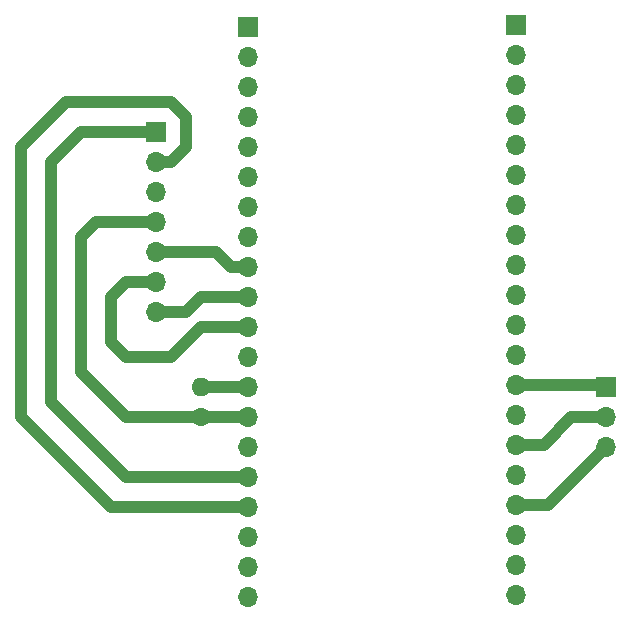
<source format=gbr>
%TF.GenerationSoftware,KiCad,Pcbnew,5.1.8-db9833491~88~ubuntu20.04.1*%
%TF.CreationDate,2020-12-03T17:21:22-07:00*%
%TF.ProjectId,Sound-Clock-Board,536f756e-642d-4436-9c6f-636b2d426f61,rev?*%
%TF.SameCoordinates,Original*%
%TF.FileFunction,Copper,L2,Bot*%
%TF.FilePolarity,Positive*%
%FSLAX46Y46*%
G04 Gerber Fmt 4.6, Leading zero omitted, Abs format (unit mm)*
G04 Created by KiCad (PCBNEW 5.1.8-db9833491~88~ubuntu20.04.1) date 2020-12-03 17:21:22*
%MOMM*%
%LPD*%
G01*
G04 APERTURE LIST*
%TA.AperFunction,ComponentPad*%
%ADD10O,1.700000X1.700000*%
%TD*%
%TA.AperFunction,ComponentPad*%
%ADD11R,1.700000X1.700000*%
%TD*%
%TA.AperFunction,ComponentPad*%
%ADD12O,1.600000X1.600000*%
%TD*%
%TA.AperFunction,ComponentPad*%
%ADD13C,1.600000*%
%TD*%
%TA.AperFunction,Conductor*%
%ADD14C,1.000000*%
%TD*%
%TA.AperFunction,Conductor*%
%ADD15C,0.250000*%
%TD*%
G04 APERTURE END LIST*
D10*
%TO.P,J4,3*%
%TO.N,Net-(J2-Pad17)*%
X-10160000Y16510000D03*
%TO.P,J4,2*%
%TO.N,Net-(J2-Pad15)*%
X-10160000Y19050000D03*
D11*
%TO.P,J4,1*%
%TO.N,Net-(J2-Pad13)*%
X-10160000Y21590000D03*
%TD*%
D12*
%TO.P,R1,2*%
%TO.N,Net-(J1-Pad13)*%
X-44450000Y21590000D03*
D13*
%TO.P,R1,1*%
%TO.N,Net-(J1-Pad14)*%
X-44450000Y19050000D03*
%TD*%
D10*
%TO.P,J3,7*%
%TO.N,Net-(J1-Pad10)*%
X-48260000Y27940000D03*
%TO.P,J3,6*%
%TO.N,Net-(J1-Pad11)*%
X-48260000Y30480000D03*
%TO.P,J3,5*%
%TO.N,Net-(J1-Pad9)*%
X-48260000Y33020000D03*
%TO.P,J3,4*%
%TO.N,Net-(J1-Pad14)*%
X-48260000Y35560000D03*
%TO.P,J3,3*%
%TO.N,Net-(J3-Pad3)*%
X-48260000Y38100000D03*
%TO.P,J3,2*%
%TO.N,Net-(J1-Pad17)*%
X-48260000Y40640000D03*
D11*
%TO.P,J3,1*%
%TO.N,Net-(J1-Pad16)*%
X-48260000Y43180000D03*
%TD*%
D10*
%TO.P,J2,20*%
%TO.N,Net-(J2-Pad20)*%
X-17780000Y4010000D03*
%TO.P,J2,19*%
%TO.N,Net-(J2-Pad19)*%
X-17780000Y6550000D03*
%TO.P,J2,18*%
%TO.N,Net-(J2-Pad18)*%
X-17780000Y9090000D03*
%TO.P,J2,17*%
%TO.N,Net-(J2-Pad17)*%
X-17780000Y11630000D03*
%TO.P,J2,16*%
%TO.N,Net-(J2-Pad16)*%
X-17780000Y14170000D03*
%TO.P,J2,15*%
%TO.N,Net-(J2-Pad15)*%
X-17780000Y16710000D03*
%TO.P,J2,14*%
%TO.N,Net-(J2-Pad14)*%
X-17780000Y19250000D03*
%TO.P,J2,13*%
%TO.N,Net-(J2-Pad13)*%
X-17780000Y21790000D03*
%TO.P,J2,12*%
%TO.N,Net-(J2-Pad12)*%
X-17780000Y24330000D03*
%TO.P,J2,11*%
%TO.N,Net-(J2-Pad11)*%
X-17780000Y26870000D03*
%TO.P,J2,10*%
%TO.N,Net-(J2-Pad10)*%
X-17780000Y29410000D03*
%TO.P,J2,9*%
%TO.N,Net-(J2-Pad9)*%
X-17780000Y31950000D03*
%TO.P,J2,8*%
%TO.N,Net-(J2-Pad8)*%
X-17780000Y34490000D03*
%TO.P,J2,7*%
%TO.N,Net-(J2-Pad7)*%
X-17780000Y37030000D03*
%TO.P,J2,6*%
%TO.N,Net-(J2-Pad6)*%
X-17780000Y39570000D03*
%TO.P,J2,5*%
%TO.N,Net-(J2-Pad5)*%
X-17780000Y42110000D03*
%TO.P,J2,4*%
%TO.N,Net-(J2-Pad4)*%
X-17780000Y44650000D03*
%TO.P,J2,3*%
%TO.N,Net-(J2-Pad3)*%
X-17780000Y47190000D03*
%TO.P,J2,2*%
%TO.N,Net-(J2-Pad2)*%
X-17780000Y49730000D03*
D11*
%TO.P,J2,1*%
%TO.N,Net-(J2-Pad1)*%
X-17780000Y52270000D03*
%TD*%
D10*
%TO.P,J1,20*%
%TO.N,Net-(J1-Pad20)*%
X-40440000Y3810000D03*
%TO.P,J1,19*%
%TO.N,Net-(J1-Pad19)*%
X-40440000Y6350000D03*
%TO.P,J1,18*%
%TO.N,Net-(J1-Pad18)*%
X-40440000Y8890000D03*
%TO.P,J1,17*%
%TO.N,Net-(J1-Pad17)*%
X-40440000Y11430000D03*
%TO.P,J1,16*%
%TO.N,Net-(J1-Pad16)*%
X-40440000Y13970000D03*
%TO.P,J1,15*%
%TO.N,Net-(J1-Pad15)*%
X-40440000Y16510000D03*
%TO.P,J1,14*%
%TO.N,Net-(J1-Pad14)*%
X-40440000Y19050000D03*
%TO.P,J1,13*%
%TO.N,Net-(J1-Pad13)*%
X-40440000Y21590000D03*
%TO.P,J1,12*%
%TO.N,Net-(J1-Pad12)*%
X-40440000Y24130000D03*
%TO.P,J1,11*%
%TO.N,Net-(J1-Pad11)*%
X-40440000Y26670000D03*
%TO.P,J1,10*%
%TO.N,Net-(J1-Pad10)*%
X-40440000Y29210000D03*
%TO.P,J1,9*%
%TO.N,Net-(J1-Pad9)*%
X-40440000Y31750000D03*
%TO.P,J1,8*%
%TO.N,Net-(J1-Pad8)*%
X-40440000Y34290000D03*
%TO.P,J1,7*%
%TO.N,Net-(J1-Pad7)*%
X-40440000Y36830000D03*
%TO.P,J1,6*%
%TO.N,Net-(J1-Pad6)*%
X-40440000Y39370000D03*
%TO.P,J1,5*%
%TO.N,Net-(J1-Pad5)*%
X-40440000Y41910000D03*
%TO.P,J1,4*%
%TO.N,Net-(J1-Pad4)*%
X-40440000Y44450000D03*
%TO.P,J1,3*%
%TO.N,Net-(J1-Pad3)*%
X-40440000Y46990000D03*
%TO.P,J1,2*%
%TO.N,Net-(J1-Pad2)*%
X-40440000Y49530000D03*
D11*
%TO.P,J1,1*%
%TO.N,Net-(J1-Pad1)*%
X-40440000Y52070000D03*
%TD*%
D14*
%TO.N,Net-(J1-Pad17)*%
X-46990000Y45720000D02*
X-45720000Y44450000D01*
X-59690000Y41910000D02*
X-55880000Y45720000D01*
X-59690000Y19050000D02*
X-59690000Y41910000D01*
X-55880000Y45720000D02*
X-46990000Y45720000D01*
X-52070000Y11430000D02*
X-59690000Y19050000D01*
X-40440000Y11430000D02*
X-52070000Y11430000D01*
X-48260000Y40640000D02*
X-46990000Y40640000D01*
X-45720000Y41910000D02*
X-45720000Y44450000D01*
X-46990000Y40640000D02*
X-45720000Y41910000D01*
%TO.N,Net-(J1-Pad16)*%
X-40440000Y13970000D02*
X-50800000Y13970000D01*
X-50800000Y13970000D02*
X-57150000Y20320000D01*
X-57150000Y20320000D02*
X-57150000Y40640000D01*
X-57150000Y40640000D02*
X-54610000Y43180000D01*
X-54610000Y43180000D02*
X-48260000Y43180000D01*
%TO.N,Net-(J1-Pad14)*%
X-40440000Y19050000D02*
X-44450000Y19050000D01*
X-44450000Y19050000D02*
X-50800000Y19050000D01*
X-50800000Y19050000D02*
X-54610000Y22860000D01*
X-54610000Y22860000D02*
X-54610000Y34290000D01*
X-54610000Y34290000D02*
X-53340000Y35560000D01*
X-53340000Y35560000D02*
X-48260000Y35560000D01*
%TO.N,Net-(J1-Pad13)*%
X-40440000Y21590000D02*
X-44450000Y21590000D01*
%TO.N,Net-(J1-Pad11)*%
X-52070000Y29210000D02*
X-50800000Y30480000D01*
X-52070000Y25400000D02*
X-52070000Y29210000D01*
X-50800000Y24130000D02*
X-52070000Y25400000D01*
X-46990000Y24130000D02*
X-50800000Y24130000D01*
X-50800000Y30480000D02*
X-48260000Y30480000D01*
X-44450000Y26670000D02*
X-46990000Y24130000D01*
X-40440000Y26670000D02*
X-44450000Y26670000D01*
%TO.N,Net-(J1-Pad10)*%
X-40440000Y29210000D02*
X-44450000Y29210000D01*
X-44450000Y29210000D02*
X-45720000Y27940000D01*
X-45720000Y27940000D02*
X-48260000Y27940000D01*
%TO.N,Net-(J1-Pad9)*%
X-40440000Y31750000D02*
X-41910000Y31750000D01*
X-41910000Y31750000D02*
X-43180000Y33020000D01*
X-43180000Y33020000D02*
X-48260000Y33020000D01*
%TO.N,Net-(J2-Pad17)*%
X-15040000Y11630000D02*
X-10160000Y16510000D01*
X-17780000Y11630000D02*
X-15040000Y11630000D01*
%TO.N,Net-(J2-Pad15)*%
X-17780000Y16710000D02*
X-15440000Y16710000D01*
X-15440000Y16710000D02*
X-13100000Y19050000D01*
X-13100000Y19050000D02*
X-10160000Y19050000D01*
D15*
%TO.N,Net-(J2-Pad13)*%
X-10360000Y21790000D02*
X-10160000Y21590000D01*
D14*
X-17780000Y21790000D02*
X-9960000Y21790000D01*
X-9960000Y21790000D02*
X-10160000Y21590000D01*
%TD*%
M02*

</source>
